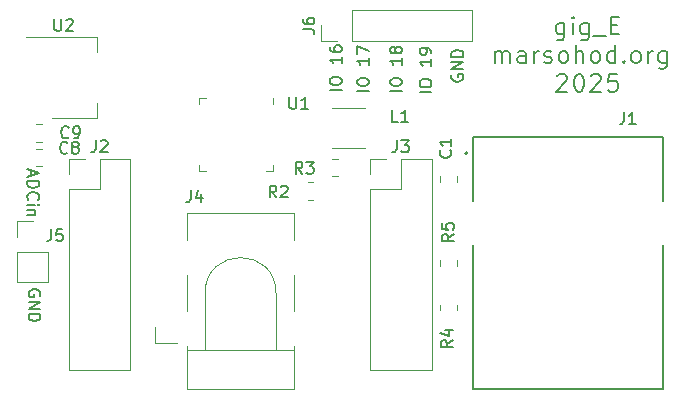
<source format=gbr>
%TF.GenerationSoftware,KiCad,Pcbnew,(6.0.11)*%
%TF.CreationDate,2025-03-13T12:33:08+04:00*%
%TF.ProjectId,gig_E,6769675f-452e-46b6-9963-61645f706362,rev?*%
%TF.SameCoordinates,Original*%
%TF.FileFunction,Legend,Top*%
%TF.FilePolarity,Positive*%
%FSLAX46Y46*%
G04 Gerber Fmt 4.6, Leading zero omitted, Abs format (unit mm)*
G04 Created by KiCad (PCBNEW (6.0.11)) date 2025-03-13 12:33:08*
%MOMM*%
%LPD*%
G01*
G04 APERTURE LIST*
%ADD10C,0.200000*%
%ADD11C,0.150000*%
%ADD12C,0.120000*%
%ADD13C,0.127000*%
G04 APERTURE END LIST*
D10*
X98407142Y-118463571D02*
X98407142Y-119677857D01*
X98335714Y-119820714D01*
X98264285Y-119892142D01*
X98121428Y-119963571D01*
X97907142Y-119963571D01*
X97764285Y-119892142D01*
X98407142Y-119392142D02*
X98264285Y-119463571D01*
X97978571Y-119463571D01*
X97835714Y-119392142D01*
X97764285Y-119320714D01*
X97692857Y-119177857D01*
X97692857Y-118749285D01*
X97764285Y-118606428D01*
X97835714Y-118535000D01*
X97978571Y-118463571D01*
X98264285Y-118463571D01*
X98407142Y-118535000D01*
X99121428Y-119463571D02*
X99121428Y-118463571D01*
X99121428Y-117963571D02*
X99050000Y-118035000D01*
X99121428Y-118106428D01*
X99192857Y-118035000D01*
X99121428Y-117963571D01*
X99121428Y-118106428D01*
X100478571Y-118463571D02*
X100478571Y-119677857D01*
X100407142Y-119820714D01*
X100335714Y-119892142D01*
X100192857Y-119963571D01*
X99978571Y-119963571D01*
X99835714Y-119892142D01*
X100478571Y-119392142D02*
X100335714Y-119463571D01*
X100050000Y-119463571D01*
X99907142Y-119392142D01*
X99835714Y-119320714D01*
X99764285Y-119177857D01*
X99764285Y-118749285D01*
X99835714Y-118606428D01*
X99907142Y-118535000D01*
X100050000Y-118463571D01*
X100335714Y-118463571D01*
X100478571Y-118535000D01*
X100835714Y-119606428D02*
X101978571Y-119606428D01*
X102335714Y-118677857D02*
X102835714Y-118677857D01*
X103050000Y-119463571D02*
X102335714Y-119463571D01*
X102335714Y-117963571D01*
X103050000Y-117963571D01*
X92514285Y-121878571D02*
X92514285Y-120878571D01*
X92514285Y-121021428D02*
X92585714Y-120950000D01*
X92728571Y-120878571D01*
X92942857Y-120878571D01*
X93085714Y-120950000D01*
X93157142Y-121092857D01*
X93157142Y-121878571D01*
X93157142Y-121092857D02*
X93228571Y-120950000D01*
X93371428Y-120878571D01*
X93585714Y-120878571D01*
X93728571Y-120950000D01*
X93800000Y-121092857D01*
X93800000Y-121878571D01*
X95157142Y-121878571D02*
X95157142Y-121092857D01*
X95085714Y-120950000D01*
X94942857Y-120878571D01*
X94657142Y-120878571D01*
X94514285Y-120950000D01*
X95157142Y-121807142D02*
X95014285Y-121878571D01*
X94657142Y-121878571D01*
X94514285Y-121807142D01*
X94442857Y-121664285D01*
X94442857Y-121521428D01*
X94514285Y-121378571D01*
X94657142Y-121307142D01*
X95014285Y-121307142D01*
X95157142Y-121235714D01*
X95871428Y-121878571D02*
X95871428Y-120878571D01*
X95871428Y-121164285D02*
X95942857Y-121021428D01*
X96014285Y-120950000D01*
X96157142Y-120878571D01*
X96300000Y-120878571D01*
X96728571Y-121807142D02*
X96871428Y-121878571D01*
X97157142Y-121878571D01*
X97300000Y-121807142D01*
X97371428Y-121664285D01*
X97371428Y-121592857D01*
X97300000Y-121450000D01*
X97157142Y-121378571D01*
X96942857Y-121378571D01*
X96800000Y-121307142D01*
X96728571Y-121164285D01*
X96728571Y-121092857D01*
X96800000Y-120950000D01*
X96942857Y-120878571D01*
X97157142Y-120878571D01*
X97300000Y-120950000D01*
X98228571Y-121878571D02*
X98085714Y-121807142D01*
X98014285Y-121735714D01*
X97942857Y-121592857D01*
X97942857Y-121164285D01*
X98014285Y-121021428D01*
X98085714Y-120950000D01*
X98228571Y-120878571D01*
X98442857Y-120878571D01*
X98585714Y-120950000D01*
X98657142Y-121021428D01*
X98728571Y-121164285D01*
X98728571Y-121592857D01*
X98657142Y-121735714D01*
X98585714Y-121807142D01*
X98442857Y-121878571D01*
X98228571Y-121878571D01*
X99371428Y-121878571D02*
X99371428Y-120378571D01*
X100014285Y-121878571D02*
X100014285Y-121092857D01*
X99942857Y-120950000D01*
X99800000Y-120878571D01*
X99585714Y-120878571D01*
X99442857Y-120950000D01*
X99371428Y-121021428D01*
X100942857Y-121878571D02*
X100800000Y-121807142D01*
X100728571Y-121735714D01*
X100657142Y-121592857D01*
X100657142Y-121164285D01*
X100728571Y-121021428D01*
X100800000Y-120950000D01*
X100942857Y-120878571D01*
X101157142Y-120878571D01*
X101300000Y-120950000D01*
X101371428Y-121021428D01*
X101442857Y-121164285D01*
X101442857Y-121592857D01*
X101371428Y-121735714D01*
X101300000Y-121807142D01*
X101157142Y-121878571D01*
X100942857Y-121878571D01*
X102728571Y-121878571D02*
X102728571Y-120378571D01*
X102728571Y-121807142D02*
X102585714Y-121878571D01*
X102300000Y-121878571D01*
X102157142Y-121807142D01*
X102085714Y-121735714D01*
X102014285Y-121592857D01*
X102014285Y-121164285D01*
X102085714Y-121021428D01*
X102157142Y-120950000D01*
X102300000Y-120878571D01*
X102585714Y-120878571D01*
X102728571Y-120950000D01*
X103442857Y-121735714D02*
X103514285Y-121807142D01*
X103442857Y-121878571D01*
X103371428Y-121807142D01*
X103442857Y-121735714D01*
X103442857Y-121878571D01*
X104371428Y-121878571D02*
X104228571Y-121807142D01*
X104157142Y-121735714D01*
X104085714Y-121592857D01*
X104085714Y-121164285D01*
X104157142Y-121021428D01*
X104228571Y-120950000D01*
X104371428Y-120878571D01*
X104585714Y-120878571D01*
X104728571Y-120950000D01*
X104800000Y-121021428D01*
X104871428Y-121164285D01*
X104871428Y-121592857D01*
X104800000Y-121735714D01*
X104728571Y-121807142D01*
X104585714Y-121878571D01*
X104371428Y-121878571D01*
X105514285Y-121878571D02*
X105514285Y-120878571D01*
X105514285Y-121164285D02*
X105585714Y-121021428D01*
X105657142Y-120950000D01*
X105800000Y-120878571D01*
X105942857Y-120878571D01*
X107085714Y-120878571D02*
X107085714Y-122092857D01*
X107014285Y-122235714D01*
X106942857Y-122307142D01*
X106800000Y-122378571D01*
X106585714Y-122378571D01*
X106442857Y-122307142D01*
X107085714Y-121807142D02*
X106942857Y-121878571D01*
X106657142Y-121878571D01*
X106514285Y-121807142D01*
X106442857Y-121735714D01*
X106371428Y-121592857D01*
X106371428Y-121164285D01*
X106442857Y-121021428D01*
X106514285Y-120950000D01*
X106657142Y-120878571D01*
X106942857Y-120878571D01*
X107085714Y-120950000D01*
X97800000Y-122936428D02*
X97871428Y-122865000D01*
X98014285Y-122793571D01*
X98371428Y-122793571D01*
X98514285Y-122865000D01*
X98585714Y-122936428D01*
X98657142Y-123079285D01*
X98657142Y-123222142D01*
X98585714Y-123436428D01*
X97728571Y-124293571D01*
X98657142Y-124293571D01*
X99585714Y-122793571D02*
X99728571Y-122793571D01*
X99871428Y-122865000D01*
X99942857Y-122936428D01*
X100014285Y-123079285D01*
X100085714Y-123365000D01*
X100085714Y-123722142D01*
X100014285Y-124007857D01*
X99942857Y-124150714D01*
X99871428Y-124222142D01*
X99728571Y-124293571D01*
X99585714Y-124293571D01*
X99442857Y-124222142D01*
X99371428Y-124150714D01*
X99300000Y-124007857D01*
X99228571Y-123722142D01*
X99228571Y-123365000D01*
X99300000Y-123079285D01*
X99371428Y-122936428D01*
X99442857Y-122865000D01*
X99585714Y-122793571D01*
X100657142Y-122936428D02*
X100728571Y-122865000D01*
X100871428Y-122793571D01*
X101228571Y-122793571D01*
X101371428Y-122865000D01*
X101442857Y-122936428D01*
X101514285Y-123079285D01*
X101514285Y-123222142D01*
X101442857Y-123436428D01*
X100585714Y-124293571D01*
X101514285Y-124293571D01*
X102871428Y-122793571D02*
X102157142Y-122793571D01*
X102085714Y-123507857D01*
X102157142Y-123436428D01*
X102300000Y-123365000D01*
X102657142Y-123365000D01*
X102800000Y-123436428D01*
X102871428Y-123507857D01*
X102942857Y-123650714D01*
X102942857Y-124007857D01*
X102871428Y-124150714D01*
X102800000Y-124222142D01*
X102657142Y-124293571D01*
X102300000Y-124293571D01*
X102157142Y-124222142D01*
X102085714Y-124150714D01*
D11*
X81852380Y-124257142D02*
X80852380Y-124257142D01*
X80852380Y-123590476D02*
X80852380Y-123400000D01*
X80900000Y-123304761D01*
X80995238Y-123209523D01*
X81185714Y-123161904D01*
X81519047Y-123161904D01*
X81709523Y-123209523D01*
X81804761Y-123304761D01*
X81852380Y-123400000D01*
X81852380Y-123590476D01*
X81804761Y-123685714D01*
X81709523Y-123780952D01*
X81519047Y-123828571D01*
X81185714Y-123828571D01*
X80995238Y-123780952D01*
X80900000Y-123685714D01*
X80852380Y-123590476D01*
X81852380Y-121447619D02*
X81852380Y-122019047D01*
X81852380Y-121733333D02*
X80852380Y-121733333D01*
X80995238Y-121828571D01*
X81090476Y-121923809D01*
X81138095Y-122019047D01*
X80852380Y-121114285D02*
X80852380Y-120447619D01*
X81852380Y-120876190D01*
X84652380Y-124257142D02*
X83652380Y-124257142D01*
X83652380Y-123590476D02*
X83652380Y-123400000D01*
X83700000Y-123304761D01*
X83795238Y-123209523D01*
X83985714Y-123161904D01*
X84319047Y-123161904D01*
X84509523Y-123209523D01*
X84604761Y-123304761D01*
X84652380Y-123400000D01*
X84652380Y-123590476D01*
X84604761Y-123685714D01*
X84509523Y-123780952D01*
X84319047Y-123828571D01*
X83985714Y-123828571D01*
X83795238Y-123780952D01*
X83700000Y-123685714D01*
X83652380Y-123590476D01*
X84652380Y-121447619D02*
X84652380Y-122019047D01*
X84652380Y-121733333D02*
X83652380Y-121733333D01*
X83795238Y-121828571D01*
X83890476Y-121923809D01*
X83938095Y-122019047D01*
X84080952Y-120876190D02*
X84033333Y-120971428D01*
X83985714Y-121019047D01*
X83890476Y-121066666D01*
X83842857Y-121066666D01*
X83747619Y-121019047D01*
X83700000Y-120971428D01*
X83652380Y-120876190D01*
X83652380Y-120685714D01*
X83700000Y-120590476D01*
X83747619Y-120542857D01*
X83842857Y-120495238D01*
X83890476Y-120495238D01*
X83985714Y-120542857D01*
X84033333Y-120590476D01*
X84080952Y-120685714D01*
X84080952Y-120876190D01*
X84128571Y-120971428D01*
X84176190Y-121019047D01*
X84271428Y-121066666D01*
X84461904Y-121066666D01*
X84557142Y-121019047D01*
X84604761Y-120971428D01*
X84652380Y-120876190D01*
X84652380Y-120685714D01*
X84604761Y-120590476D01*
X84557142Y-120542857D01*
X84461904Y-120495238D01*
X84271428Y-120495238D01*
X84176190Y-120542857D01*
X84128571Y-120590476D01*
X84080952Y-120685714D01*
X54000000Y-141619047D02*
X54047619Y-141523809D01*
X54047619Y-141380952D01*
X54000000Y-141238095D01*
X53904761Y-141142857D01*
X53809523Y-141095238D01*
X53619047Y-141047619D01*
X53476190Y-141047619D01*
X53285714Y-141095238D01*
X53190476Y-141142857D01*
X53095238Y-141238095D01*
X53047619Y-141380952D01*
X53047619Y-141476190D01*
X53095238Y-141619047D01*
X53142857Y-141666666D01*
X53476190Y-141666666D01*
X53476190Y-141476190D01*
X53047619Y-142095238D02*
X54047619Y-142095238D01*
X53047619Y-142666666D01*
X54047619Y-142666666D01*
X53047619Y-143142857D02*
X54047619Y-143142857D01*
X54047619Y-143380952D01*
X54000000Y-143523809D01*
X53904761Y-143619047D01*
X53809523Y-143666666D01*
X53619047Y-143714285D01*
X53476190Y-143714285D01*
X53285714Y-143666666D01*
X53190476Y-143619047D01*
X53095238Y-143523809D01*
X53047619Y-143380952D01*
X53047619Y-143142857D01*
X87152380Y-124357142D02*
X86152380Y-124357142D01*
X86152380Y-123690476D02*
X86152380Y-123500000D01*
X86200000Y-123404761D01*
X86295238Y-123309523D01*
X86485714Y-123261904D01*
X86819047Y-123261904D01*
X87009523Y-123309523D01*
X87104761Y-123404761D01*
X87152380Y-123500000D01*
X87152380Y-123690476D01*
X87104761Y-123785714D01*
X87009523Y-123880952D01*
X86819047Y-123928571D01*
X86485714Y-123928571D01*
X86295238Y-123880952D01*
X86200000Y-123785714D01*
X86152380Y-123690476D01*
X87152380Y-121547619D02*
X87152380Y-122119047D01*
X87152380Y-121833333D02*
X86152380Y-121833333D01*
X86295238Y-121928571D01*
X86390476Y-122023809D01*
X86438095Y-122119047D01*
X87152380Y-121071428D02*
X87152380Y-120880952D01*
X87104761Y-120785714D01*
X87057142Y-120738095D01*
X86914285Y-120642857D01*
X86723809Y-120595238D01*
X86342857Y-120595238D01*
X86247619Y-120642857D01*
X86200000Y-120690476D01*
X86152380Y-120785714D01*
X86152380Y-120976190D01*
X86200000Y-121071428D01*
X86247619Y-121119047D01*
X86342857Y-121166666D01*
X86580952Y-121166666D01*
X86676190Y-121119047D01*
X86723809Y-121071428D01*
X86771428Y-120976190D01*
X86771428Y-120785714D01*
X86723809Y-120690476D01*
X86676190Y-120642857D01*
X86580952Y-120595238D01*
X79552380Y-124157142D02*
X78552380Y-124157142D01*
X78552380Y-123490476D02*
X78552380Y-123300000D01*
X78600000Y-123204761D01*
X78695238Y-123109523D01*
X78885714Y-123061904D01*
X79219047Y-123061904D01*
X79409523Y-123109523D01*
X79504761Y-123204761D01*
X79552380Y-123300000D01*
X79552380Y-123490476D01*
X79504761Y-123585714D01*
X79409523Y-123680952D01*
X79219047Y-123728571D01*
X78885714Y-123728571D01*
X78695238Y-123680952D01*
X78600000Y-123585714D01*
X78552380Y-123490476D01*
X79552380Y-121347619D02*
X79552380Y-121919047D01*
X79552380Y-121633333D02*
X78552380Y-121633333D01*
X78695238Y-121728571D01*
X78790476Y-121823809D01*
X78838095Y-121919047D01*
X78552380Y-120490476D02*
X78552380Y-120680952D01*
X78600000Y-120776190D01*
X78647619Y-120823809D01*
X78790476Y-120919047D01*
X78980952Y-120966666D01*
X79361904Y-120966666D01*
X79457142Y-120919047D01*
X79504761Y-120871428D01*
X79552380Y-120776190D01*
X79552380Y-120585714D01*
X79504761Y-120490476D01*
X79457142Y-120442857D01*
X79361904Y-120395238D01*
X79123809Y-120395238D01*
X79028571Y-120442857D01*
X78980952Y-120490476D01*
X78933333Y-120585714D01*
X78933333Y-120776190D01*
X78980952Y-120871428D01*
X79028571Y-120919047D01*
X79123809Y-120966666D01*
X88900000Y-122880952D02*
X88852380Y-122976190D01*
X88852380Y-123119047D01*
X88900000Y-123261904D01*
X88995238Y-123357142D01*
X89090476Y-123404761D01*
X89280952Y-123452380D01*
X89423809Y-123452380D01*
X89614285Y-123404761D01*
X89709523Y-123357142D01*
X89804761Y-123261904D01*
X89852380Y-123119047D01*
X89852380Y-123023809D01*
X89804761Y-122880952D01*
X89757142Y-122833333D01*
X89423809Y-122833333D01*
X89423809Y-123023809D01*
X89852380Y-122404761D02*
X88852380Y-122404761D01*
X89852380Y-121833333D01*
X88852380Y-121833333D01*
X89852380Y-121357142D02*
X88852380Y-121357142D01*
X88852380Y-121119047D01*
X88900000Y-120976190D01*
X88995238Y-120880952D01*
X89090476Y-120833333D01*
X89280952Y-120785714D01*
X89423809Y-120785714D01*
X89614285Y-120833333D01*
X89709523Y-120880952D01*
X89804761Y-120976190D01*
X89852380Y-121119047D01*
X89852380Y-121357142D01*
X53233333Y-130971428D02*
X53233333Y-131447619D01*
X52947619Y-130876190D02*
X53947619Y-131209523D01*
X52947619Y-131542857D01*
X52947619Y-131876190D02*
X53947619Y-131876190D01*
X53947619Y-132114285D01*
X53900000Y-132257142D01*
X53804761Y-132352380D01*
X53709523Y-132400000D01*
X53519047Y-132447619D01*
X53376190Y-132447619D01*
X53185714Y-132400000D01*
X53090476Y-132352380D01*
X52995238Y-132257142D01*
X52947619Y-132114285D01*
X52947619Y-131876190D01*
X53042857Y-133447619D02*
X52995238Y-133400000D01*
X52947619Y-133257142D01*
X52947619Y-133161904D01*
X52995238Y-133019047D01*
X53090476Y-132923809D01*
X53185714Y-132876190D01*
X53376190Y-132828571D01*
X53519047Y-132828571D01*
X53709523Y-132876190D01*
X53804761Y-132923809D01*
X53900000Y-133019047D01*
X53947619Y-133161904D01*
X53947619Y-133257142D01*
X53900000Y-133400000D01*
X53852380Y-133447619D01*
X52947619Y-133876190D02*
X53614285Y-133876190D01*
X53947619Y-133876190D02*
X53900000Y-133828571D01*
X53852380Y-133876190D01*
X53900000Y-133923809D01*
X53947619Y-133876190D01*
X53852380Y-133876190D01*
X53614285Y-134352380D02*
X52947619Y-134352380D01*
X53519047Y-134352380D02*
X53566666Y-134400000D01*
X53614285Y-134495238D01*
X53614285Y-134638095D01*
X53566666Y-134733333D01*
X53471428Y-134780952D01*
X52947619Y-134780952D01*
%TO.C,L1*%
X84333333Y-126852380D02*
X83857142Y-126852380D01*
X83857142Y-125852380D01*
X85190476Y-126852380D02*
X84619047Y-126852380D01*
X84904761Y-126852380D02*
X84904761Y-125852380D01*
X84809523Y-125995238D01*
X84714285Y-126090476D01*
X84619047Y-126138095D01*
%TO.C,U2*%
X55238095Y-118152380D02*
X55238095Y-118961904D01*
X55285714Y-119057142D01*
X55333333Y-119104761D01*
X55428571Y-119152380D01*
X55619047Y-119152380D01*
X55714285Y-119104761D01*
X55761904Y-119057142D01*
X55809523Y-118961904D01*
X55809523Y-118152380D01*
X56238095Y-118247619D02*
X56285714Y-118200000D01*
X56380952Y-118152380D01*
X56619047Y-118152380D01*
X56714285Y-118200000D01*
X56761904Y-118247619D01*
X56809523Y-118342857D01*
X56809523Y-118438095D01*
X56761904Y-118580952D01*
X56190476Y-119152380D01*
X56809523Y-119152380D01*
%TO.C,J5*%
X54966666Y-135952380D02*
X54966666Y-136666666D01*
X54919047Y-136809523D01*
X54823809Y-136904761D01*
X54680952Y-136952380D01*
X54585714Y-136952380D01*
X55919047Y-135952380D02*
X55442857Y-135952380D01*
X55395238Y-136428571D01*
X55442857Y-136380952D01*
X55538095Y-136333333D01*
X55776190Y-136333333D01*
X55871428Y-136380952D01*
X55919047Y-136428571D01*
X55966666Y-136523809D01*
X55966666Y-136761904D01*
X55919047Y-136857142D01*
X55871428Y-136904761D01*
X55776190Y-136952380D01*
X55538095Y-136952380D01*
X55442857Y-136904761D01*
X55395238Y-136857142D01*
%TO.C,J2*%
X58736666Y-128422380D02*
X58736666Y-129136666D01*
X58689047Y-129279523D01*
X58593809Y-129374761D01*
X58450952Y-129422380D01*
X58355714Y-129422380D01*
X59165238Y-128517619D02*
X59212857Y-128470000D01*
X59308095Y-128422380D01*
X59546190Y-128422380D01*
X59641428Y-128470000D01*
X59689047Y-128517619D01*
X59736666Y-128612857D01*
X59736666Y-128708095D01*
X59689047Y-128850952D01*
X59117619Y-129422380D01*
X59736666Y-129422380D01*
%TO.C,U1*%
X75138095Y-124752380D02*
X75138095Y-125561904D01*
X75185714Y-125657142D01*
X75233333Y-125704761D01*
X75328571Y-125752380D01*
X75519047Y-125752380D01*
X75614285Y-125704761D01*
X75661904Y-125657142D01*
X75709523Y-125561904D01*
X75709523Y-124752380D01*
X76709523Y-125752380D02*
X76138095Y-125752380D01*
X76423809Y-125752380D02*
X76423809Y-124752380D01*
X76328571Y-124895238D01*
X76233333Y-124990476D01*
X76138095Y-125038095D01*
%TO.C,C9*%
X56433333Y-128157142D02*
X56385714Y-128204761D01*
X56242857Y-128252380D01*
X56147619Y-128252380D01*
X56004761Y-128204761D01*
X55909523Y-128109523D01*
X55861904Y-128014285D01*
X55814285Y-127823809D01*
X55814285Y-127680952D01*
X55861904Y-127490476D01*
X55909523Y-127395238D01*
X56004761Y-127300000D01*
X56147619Y-127252380D01*
X56242857Y-127252380D01*
X56385714Y-127300000D01*
X56433333Y-127347619D01*
X56909523Y-128252380D02*
X57100000Y-128252380D01*
X57195238Y-128204761D01*
X57242857Y-128157142D01*
X57338095Y-128014285D01*
X57385714Y-127823809D01*
X57385714Y-127442857D01*
X57338095Y-127347619D01*
X57290476Y-127300000D01*
X57195238Y-127252380D01*
X57004761Y-127252380D01*
X56909523Y-127300000D01*
X56861904Y-127347619D01*
X56814285Y-127442857D01*
X56814285Y-127680952D01*
X56861904Y-127776190D01*
X56909523Y-127823809D01*
X57004761Y-127871428D01*
X57195238Y-127871428D01*
X57290476Y-127823809D01*
X57338095Y-127776190D01*
X57385714Y-127680952D01*
%TO.C,R4*%
X88952380Y-145366666D02*
X88476190Y-145700000D01*
X88952380Y-145938095D02*
X87952380Y-145938095D01*
X87952380Y-145557142D01*
X88000000Y-145461904D01*
X88047619Y-145414285D01*
X88142857Y-145366666D01*
X88285714Y-145366666D01*
X88380952Y-145414285D01*
X88428571Y-145461904D01*
X88476190Y-145557142D01*
X88476190Y-145938095D01*
X88285714Y-144509523D02*
X88952380Y-144509523D01*
X87904761Y-144747619D02*
X88619047Y-144985714D01*
X88619047Y-144366666D01*
%TO.C,C1*%
X88757142Y-129266666D02*
X88804761Y-129314285D01*
X88852380Y-129457142D01*
X88852380Y-129552380D01*
X88804761Y-129695238D01*
X88709523Y-129790476D01*
X88614285Y-129838095D01*
X88423809Y-129885714D01*
X88280952Y-129885714D01*
X88090476Y-129838095D01*
X87995238Y-129790476D01*
X87900000Y-129695238D01*
X87852380Y-129552380D01*
X87852380Y-129457142D01*
X87900000Y-129314285D01*
X87947619Y-129266666D01*
X88852380Y-128314285D02*
X88852380Y-128885714D01*
X88852380Y-128600000D02*
X87852380Y-128600000D01*
X87995238Y-128695238D01*
X88090476Y-128790476D01*
X88138095Y-128885714D01*
%TO.C,R2*%
X74033333Y-133252380D02*
X73700000Y-132776190D01*
X73461904Y-133252380D02*
X73461904Y-132252380D01*
X73842857Y-132252380D01*
X73938095Y-132300000D01*
X73985714Y-132347619D01*
X74033333Y-132442857D01*
X74033333Y-132585714D01*
X73985714Y-132680952D01*
X73938095Y-132728571D01*
X73842857Y-132776190D01*
X73461904Y-132776190D01*
X74414285Y-132347619D02*
X74461904Y-132300000D01*
X74557142Y-132252380D01*
X74795238Y-132252380D01*
X74890476Y-132300000D01*
X74938095Y-132347619D01*
X74985714Y-132442857D01*
X74985714Y-132538095D01*
X74938095Y-132680952D01*
X74366666Y-133252380D01*
X74985714Y-133252380D01*
%TO.C,C8*%
X56333333Y-129457142D02*
X56285714Y-129504761D01*
X56142857Y-129552380D01*
X56047619Y-129552380D01*
X55904761Y-129504761D01*
X55809523Y-129409523D01*
X55761904Y-129314285D01*
X55714285Y-129123809D01*
X55714285Y-128980952D01*
X55761904Y-128790476D01*
X55809523Y-128695238D01*
X55904761Y-128600000D01*
X56047619Y-128552380D01*
X56142857Y-128552380D01*
X56285714Y-128600000D01*
X56333333Y-128647619D01*
X56904761Y-128980952D02*
X56809523Y-128933333D01*
X56761904Y-128885714D01*
X56714285Y-128790476D01*
X56714285Y-128742857D01*
X56761904Y-128647619D01*
X56809523Y-128600000D01*
X56904761Y-128552380D01*
X57095238Y-128552380D01*
X57190476Y-128600000D01*
X57238095Y-128647619D01*
X57285714Y-128742857D01*
X57285714Y-128790476D01*
X57238095Y-128885714D01*
X57190476Y-128933333D01*
X57095238Y-128980952D01*
X56904761Y-128980952D01*
X56809523Y-129028571D01*
X56761904Y-129076190D01*
X56714285Y-129171428D01*
X56714285Y-129361904D01*
X56761904Y-129457142D01*
X56809523Y-129504761D01*
X56904761Y-129552380D01*
X57095238Y-129552380D01*
X57190476Y-129504761D01*
X57238095Y-129457142D01*
X57285714Y-129361904D01*
X57285714Y-129171428D01*
X57238095Y-129076190D01*
X57190476Y-129028571D01*
X57095238Y-128980952D01*
%TO.C,R3*%
X76233333Y-131252380D02*
X75900000Y-130776190D01*
X75661904Y-131252380D02*
X75661904Y-130252380D01*
X76042857Y-130252380D01*
X76138095Y-130300000D01*
X76185714Y-130347619D01*
X76233333Y-130442857D01*
X76233333Y-130585714D01*
X76185714Y-130680952D01*
X76138095Y-130728571D01*
X76042857Y-130776190D01*
X75661904Y-130776190D01*
X76566666Y-130252380D02*
X77185714Y-130252380D01*
X76852380Y-130633333D01*
X76995238Y-130633333D01*
X77090476Y-130680952D01*
X77138095Y-130728571D01*
X77185714Y-130823809D01*
X77185714Y-131061904D01*
X77138095Y-131157142D01*
X77090476Y-131204761D01*
X76995238Y-131252380D01*
X76709523Y-131252380D01*
X76614285Y-131204761D01*
X76566666Y-131157142D01*
%TO.C,J1*%
X103466666Y-126052380D02*
X103466666Y-126766666D01*
X103419047Y-126909523D01*
X103323809Y-127004761D01*
X103180952Y-127052380D01*
X103085714Y-127052380D01*
X104466666Y-127052380D02*
X103895238Y-127052380D01*
X104180952Y-127052380D02*
X104180952Y-126052380D01*
X104085714Y-126195238D01*
X103990476Y-126290476D01*
X103895238Y-126338095D01*
%TO.C,J6*%
X76247380Y-119033333D02*
X76961666Y-119033333D01*
X77104523Y-119080952D01*
X77199761Y-119176190D01*
X77247380Y-119319047D01*
X77247380Y-119414285D01*
X76247380Y-118128571D02*
X76247380Y-118319047D01*
X76295000Y-118414285D01*
X76342619Y-118461904D01*
X76485476Y-118557142D01*
X76675952Y-118604761D01*
X77056904Y-118604761D01*
X77152142Y-118557142D01*
X77199761Y-118509523D01*
X77247380Y-118414285D01*
X77247380Y-118223809D01*
X77199761Y-118128571D01*
X77152142Y-118080952D01*
X77056904Y-118033333D01*
X76818809Y-118033333D01*
X76723571Y-118080952D01*
X76675952Y-118128571D01*
X76628333Y-118223809D01*
X76628333Y-118414285D01*
X76675952Y-118509523D01*
X76723571Y-118557142D01*
X76818809Y-118604761D01*
%TO.C,R5*%
X89052380Y-136366666D02*
X88576190Y-136700000D01*
X89052380Y-136938095D02*
X88052380Y-136938095D01*
X88052380Y-136557142D01*
X88100000Y-136461904D01*
X88147619Y-136414285D01*
X88242857Y-136366666D01*
X88385714Y-136366666D01*
X88480952Y-136414285D01*
X88528571Y-136461904D01*
X88576190Y-136557142D01*
X88576190Y-136938095D01*
X88052380Y-135461904D02*
X88052380Y-135938095D01*
X88528571Y-135985714D01*
X88480952Y-135938095D01*
X88433333Y-135842857D01*
X88433333Y-135604761D01*
X88480952Y-135509523D01*
X88528571Y-135461904D01*
X88623809Y-135414285D01*
X88861904Y-135414285D01*
X88957142Y-135461904D01*
X89004761Y-135509523D01*
X89052380Y-135604761D01*
X89052380Y-135842857D01*
X89004761Y-135938095D01*
X88957142Y-135985714D01*
%TO.C,J4*%
X66766666Y-132652380D02*
X66766666Y-133366666D01*
X66719047Y-133509523D01*
X66623809Y-133604761D01*
X66480952Y-133652380D01*
X66385714Y-133652380D01*
X67671428Y-132985714D02*
X67671428Y-133652380D01*
X67433333Y-132604761D02*
X67195238Y-133319047D01*
X67814285Y-133319047D01*
%TO.C,J3*%
X84236666Y-128422380D02*
X84236666Y-129136666D01*
X84189047Y-129279523D01*
X84093809Y-129374761D01*
X83950952Y-129422380D01*
X83855714Y-129422380D01*
X84617619Y-128422380D02*
X85236666Y-128422380D01*
X84903333Y-128803333D01*
X85046190Y-128803333D01*
X85141428Y-128850952D01*
X85189047Y-128898571D01*
X85236666Y-128993809D01*
X85236666Y-129231904D01*
X85189047Y-129327142D01*
X85141428Y-129374761D01*
X85046190Y-129422380D01*
X84760476Y-129422380D01*
X84665238Y-129374761D01*
X84617619Y-129327142D01*
D12*
%TO.C,L1*%
X81523752Y-129110000D02*
X78751248Y-129110000D01*
X81523752Y-125690000D02*
X78751248Y-125690000D01*
%TO.C,U2*%
X52800000Y-119690000D02*
X58810000Y-119690000D01*
X55050000Y-126510000D02*
X58810000Y-126510000D01*
X58810000Y-126510000D02*
X58810000Y-125250000D01*
X58810000Y-119690000D02*
X58810000Y-120950000D01*
%TO.C,J5*%
X52070000Y-140455000D02*
X54730000Y-140455000D01*
X52070000Y-135255000D02*
X53400000Y-135255000D01*
X52070000Y-137855000D02*
X52070000Y-140455000D01*
X52070000Y-137855000D02*
X54730000Y-137855000D01*
X52070000Y-136585000D02*
X52070000Y-135255000D01*
X54730000Y-137855000D02*
X54730000Y-140455000D01*
%TO.C,J2*%
X59070000Y-129970000D02*
X61670000Y-129970000D01*
X56470000Y-129970000D02*
X57800000Y-129970000D01*
X56470000Y-132570000D02*
X56470000Y-147870000D01*
X56470000Y-147870000D02*
X61670000Y-147870000D01*
X56470000Y-131300000D02*
X56470000Y-129970000D01*
X56470000Y-132570000D02*
X59070000Y-132570000D01*
X61670000Y-129970000D02*
X61670000Y-147870000D01*
X59070000Y-132570000D02*
X59070000Y-129970000D01*
%TO.C,U1*%
X67520000Y-130490000D02*
X67520000Y-131040000D01*
X73740000Y-130490000D02*
X73740000Y-131040000D01*
X73740000Y-131040000D02*
X73190000Y-131040000D01*
X73740000Y-125370000D02*
X73740000Y-124820000D01*
X67520000Y-131040000D02*
X68070000Y-131040000D01*
X67520000Y-124820000D02*
X68070000Y-124820000D01*
X67520000Y-125370000D02*
X67520000Y-124820000D01*
%TO.C,C9*%
X54161252Y-128535000D02*
X53638748Y-128535000D01*
X54161252Y-127065000D02*
X53638748Y-127065000D01*
%TO.C,R4*%
X89335000Y-142827064D02*
X89335000Y-142372936D01*
X87865000Y-142827064D02*
X87865000Y-142372936D01*
%TO.C,C1*%
X89335000Y-131438748D02*
X89335000Y-131961252D01*
X87865000Y-131438748D02*
X87865000Y-131961252D01*
%TO.C,R2*%
X77127064Y-133435000D02*
X76672936Y-133435000D01*
X77127064Y-131965000D02*
X76672936Y-131965000D01*
%TO.C,C8*%
X54161252Y-129165000D02*
X53638748Y-129165000D01*
X54161252Y-130635000D02*
X53638748Y-130635000D01*
%TO.C,R3*%
X79227064Y-131435000D02*
X78772936Y-131435000D01*
X79227064Y-129965000D02*
X78772936Y-129965000D01*
D13*
%TO.C,J1*%
X106750000Y-137280000D02*
X106750000Y-149450000D01*
X90650000Y-137280000D02*
X90650000Y-149450000D01*
X106750000Y-128150000D02*
X106750000Y-133530000D01*
X106750000Y-128150000D02*
X90650000Y-128150000D01*
X90650000Y-149450000D02*
X106750000Y-149450000D01*
X90650000Y-128150000D02*
X90650000Y-133530000D01*
D10*
X90193000Y-129513000D02*
G75*
G03*
X90193000Y-129513000I-100000J0D01*
G01*
D12*
%TO.C,J6*%
X77795000Y-120030000D02*
X77795000Y-118700000D01*
X80395000Y-120030000D02*
X90615000Y-120030000D01*
X90615000Y-120030000D02*
X90615000Y-117370000D01*
X79125000Y-120030000D02*
X77795000Y-120030000D01*
X80395000Y-117370000D02*
X90615000Y-117370000D01*
X80395000Y-120030000D02*
X80395000Y-117370000D01*
%TO.C,R5*%
X89335000Y-139027064D02*
X89335000Y-138572936D01*
X87865000Y-139027064D02*
X87865000Y-138572936D01*
%TO.C,J4*%
X74000000Y-146150000D02*
X74000000Y-141350000D01*
X75560000Y-146150000D02*
X66440000Y-146150000D01*
X66440000Y-149460000D02*
X66440000Y-145850000D01*
X75560000Y-136850000D02*
X75560000Y-134540000D01*
X75560000Y-142850000D02*
X75560000Y-139850000D01*
X75560000Y-134540000D02*
X66440000Y-134540000D01*
X75560000Y-149460000D02*
X66440000Y-149460000D01*
X75560000Y-149460000D02*
X75560000Y-145850000D01*
X68000000Y-146150000D02*
X68000000Y-141350000D01*
X63740000Y-145610000D02*
X65640000Y-145610000D01*
X66440000Y-136850000D02*
X66440000Y-134540000D01*
X63740000Y-144270000D02*
X63740000Y-145610000D01*
X66440000Y-142850000D02*
X66440000Y-139850000D01*
X74000000Y-141350000D02*
G75*
G03*
X68000000Y-141350000I-3000000J0D01*
G01*
%TO.C,J3*%
X84570000Y-132570000D02*
X84570000Y-129970000D01*
X81970000Y-129970000D02*
X83300000Y-129970000D01*
X87170000Y-129970000D02*
X87170000Y-147870000D01*
X81970000Y-132570000D02*
X84570000Y-132570000D01*
X81970000Y-131300000D02*
X81970000Y-129970000D01*
X84570000Y-129970000D02*
X87170000Y-129970000D01*
X81970000Y-147870000D02*
X87170000Y-147870000D01*
X81970000Y-132570000D02*
X81970000Y-147870000D01*
%TD*%
M02*

</source>
